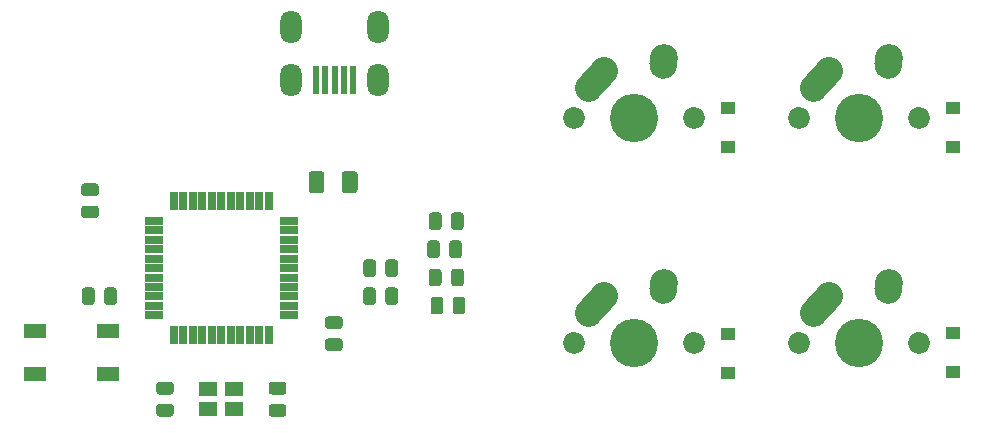
<source format=gbs>
G04 #@! TF.GenerationSoftware,KiCad,Pcbnew,(5.1.6)-1*
G04 #@! TF.CreationDate,2020-07-09T12:27:34-07:00*
G04 #@! TF.ProjectId,guide,67756964-652e-46b6-9963-61645f706362,rev?*
G04 #@! TF.SameCoordinates,Original*
G04 #@! TF.FileFunction,Soldermask,Bot*
G04 #@! TF.FilePolarity,Negative*
%FSLAX46Y46*%
G04 Gerber Fmt 4.6, Leading zero omitted, Abs format (unit mm)*
G04 Created by KiCad (PCBNEW (5.1.6)-1) date 2020-07-09 12:27:34*
%MOMM*%
%LPD*%
G01*
G04 APERTURE LIST*
%ADD10R,1.500000X1.300000*%
%ADD11O,1.800000X2.800000*%
%ADD12R,0.600000X2.350000*%
%ADD13R,0.650000X1.600000*%
%ADD14R,1.600000X0.650000*%
%ADD15R,1.900000X1.200000*%
%ADD16C,1.850000*%
%ADD17C,2.350000*%
%ADD18C,4.087800*%
%ADD19R,1.300000X1.000000*%
G04 APERTURE END LIST*
D10*
X76687500Y-97687500D03*
X78887500Y-97687500D03*
X78887500Y-95987500D03*
X76687500Y-95987500D03*
D11*
X83726000Y-65278000D03*
X91026000Y-65278000D03*
X91026000Y-69778000D03*
X83726000Y-69778000D03*
D12*
X85776000Y-69778000D03*
X86576000Y-69778000D03*
X87376000Y-69778000D03*
X88176000Y-69778000D03*
X88976000Y-69778000D03*
D13*
X81787500Y-80025000D03*
X80987500Y-80025000D03*
X80187500Y-80025000D03*
X79387500Y-80025000D03*
X78587500Y-80025000D03*
X77787500Y-80025000D03*
X76987500Y-80025000D03*
X76187500Y-80025000D03*
X75387500Y-80025000D03*
X74587500Y-80025000D03*
X73787500Y-80025000D03*
D14*
X72087500Y-81725000D03*
X72087500Y-82525000D03*
X72087500Y-83325000D03*
X72087500Y-84125000D03*
X72087500Y-84925000D03*
X72087500Y-85725000D03*
X72087500Y-86525000D03*
X72087500Y-87325000D03*
X72087500Y-88125000D03*
X72087500Y-88925000D03*
X72087500Y-89725000D03*
D13*
X73787500Y-91425000D03*
X74587500Y-91425000D03*
X75387500Y-91425000D03*
X76187500Y-91425000D03*
X76987500Y-91425000D03*
X77787500Y-91425000D03*
X78587500Y-91425000D03*
X79387500Y-91425000D03*
X80187500Y-91425000D03*
X80987500Y-91425000D03*
X81787500Y-91425000D03*
D14*
X83487500Y-89725000D03*
X83487500Y-88925000D03*
X83487500Y-88125000D03*
X83487500Y-87325000D03*
X83487500Y-86525000D03*
X83487500Y-85725000D03*
X83487500Y-84925000D03*
X83487500Y-84125000D03*
X83487500Y-83325000D03*
X83487500Y-82525000D03*
X83487500Y-81725000D03*
D15*
X68187500Y-94718750D03*
X61987500Y-91018750D03*
X68187500Y-91018750D03*
X61987500Y-94718750D03*
G36*
G01*
X66193750Y-80425000D02*
X67156250Y-80425000D01*
G75*
G02*
X67425000Y-80693750I0J-268750D01*
G01*
X67425000Y-81231250D01*
G75*
G02*
X67156250Y-81500000I-268750J0D01*
G01*
X66193750Y-81500000D01*
G75*
G02*
X65925000Y-81231250I0J268750D01*
G01*
X65925000Y-80693750D01*
G75*
G02*
X66193750Y-80425000I268750J0D01*
G01*
G37*
G36*
G01*
X66193750Y-78550000D02*
X67156250Y-78550000D01*
G75*
G02*
X67425000Y-78818750I0J-268750D01*
G01*
X67425000Y-79356250D01*
G75*
G02*
X67156250Y-79625000I-268750J0D01*
G01*
X66193750Y-79625000D01*
G75*
G02*
X65925000Y-79356250I0J268750D01*
G01*
X65925000Y-78818750D01*
G75*
G02*
X66193750Y-78550000I268750J0D01*
G01*
G37*
G36*
G01*
X91681250Y-86206250D02*
X91681250Y-85243750D01*
G75*
G02*
X91950000Y-84975000I268750J0D01*
G01*
X92487500Y-84975000D01*
G75*
G02*
X92756250Y-85243750I0J-268750D01*
G01*
X92756250Y-86206250D01*
G75*
G02*
X92487500Y-86475000I-268750J0D01*
G01*
X91950000Y-86475000D01*
G75*
G02*
X91681250Y-86206250I0J268750D01*
G01*
G37*
G36*
G01*
X89806250Y-86206250D02*
X89806250Y-85243750D01*
G75*
G02*
X90075000Y-84975000I268750J0D01*
G01*
X90612500Y-84975000D01*
G75*
G02*
X90881250Y-85243750I0J-268750D01*
G01*
X90881250Y-86206250D01*
G75*
G02*
X90612500Y-86475000I-268750J0D01*
G01*
X90075000Y-86475000D01*
G75*
G02*
X89806250Y-86206250I0J268750D01*
G01*
G37*
G36*
G01*
X91681250Y-88587500D02*
X91681250Y-87625000D01*
G75*
G02*
X91950000Y-87356250I268750J0D01*
G01*
X92487500Y-87356250D01*
G75*
G02*
X92756250Y-87625000I0J-268750D01*
G01*
X92756250Y-88587500D01*
G75*
G02*
X92487500Y-88856250I-268750J0D01*
G01*
X91950000Y-88856250D01*
G75*
G02*
X91681250Y-88587500I0J268750D01*
G01*
G37*
G36*
G01*
X89806250Y-88587500D02*
X89806250Y-87625000D01*
G75*
G02*
X90075000Y-87356250I268750J0D01*
G01*
X90612500Y-87356250D01*
G75*
G02*
X90881250Y-87625000I0J-268750D01*
G01*
X90881250Y-88587500D01*
G75*
G02*
X90612500Y-88856250I-268750J0D01*
G01*
X90075000Y-88856250D01*
G75*
G02*
X89806250Y-88587500I0J268750D01*
G01*
G37*
G36*
G01*
X67868750Y-88587500D02*
X67868750Y-87625000D01*
G75*
G02*
X68137500Y-87356250I268750J0D01*
G01*
X68675000Y-87356250D01*
G75*
G02*
X68943750Y-87625000I0J-268750D01*
G01*
X68943750Y-88587500D01*
G75*
G02*
X68675000Y-88856250I-268750J0D01*
G01*
X68137500Y-88856250D01*
G75*
G02*
X67868750Y-88587500I0J268750D01*
G01*
G37*
G36*
G01*
X65993750Y-88587500D02*
X65993750Y-87625000D01*
G75*
G02*
X66262500Y-87356250I268750J0D01*
G01*
X66800000Y-87356250D01*
G75*
G02*
X67068750Y-87625000I0J-268750D01*
G01*
X67068750Y-88587500D01*
G75*
G02*
X66800000Y-88856250I-268750J0D01*
G01*
X66262500Y-88856250D01*
G75*
G02*
X65993750Y-88587500I0J268750D01*
G01*
G37*
D16*
X136842500Y-92075000D03*
X126682500Y-92075000D03*
D17*
X129262500Y-88075000D03*
D18*
X131762500Y-92075000D03*
G36*
G01*
X127167791Y-90409560D02*
X127167791Y-90409561D01*
G75*
G02*
X127077939Y-88750291I784709J874561D01*
G01*
X128387941Y-87290291D01*
G75*
G02*
X130047211Y-87200439I874561J-784709D01*
G01*
X130047211Y-87200439D01*
G75*
G02*
X130137063Y-88859709I-784709J-874561D01*
G01*
X128827061Y-90319709D01*
G75*
G02*
X127167791Y-90409561I-874561J784709D01*
G01*
G37*
D17*
X134302500Y-86995000D03*
G36*
G01*
X134181657Y-88747216D02*
X134181657Y-88747216D01*
G75*
G02*
X133090284Y-87494157I80843J1172216D01*
G01*
X133130284Y-86914157D01*
G75*
G02*
X134383343Y-85822784I1172216J-80843D01*
G01*
X134383343Y-85822784D01*
G75*
G02*
X135474716Y-87075843I-80843J-1172216D01*
G01*
X135434716Y-87655843D01*
G75*
G02*
X134181657Y-88747216I-1172216J80843D01*
G01*
G37*
D16*
X117792500Y-92075000D03*
X107632500Y-92075000D03*
D17*
X110212500Y-88075000D03*
D18*
X112712500Y-92075000D03*
G36*
G01*
X108117791Y-90409560D02*
X108117791Y-90409561D01*
G75*
G02*
X108027939Y-88750291I784709J874561D01*
G01*
X109337941Y-87290291D01*
G75*
G02*
X110997211Y-87200439I874561J-784709D01*
G01*
X110997211Y-87200439D01*
G75*
G02*
X111087063Y-88859709I-784709J-874561D01*
G01*
X109777061Y-90319709D01*
G75*
G02*
X108117791Y-90409561I-874561J784709D01*
G01*
G37*
D17*
X115252500Y-86995000D03*
G36*
G01*
X115131657Y-88747216D02*
X115131657Y-88747216D01*
G75*
G02*
X114040284Y-87494157I80843J1172216D01*
G01*
X114080284Y-86914157D01*
G75*
G02*
X115333343Y-85822784I1172216J-80843D01*
G01*
X115333343Y-85822784D01*
G75*
G02*
X116424716Y-87075843I-80843J-1172216D01*
G01*
X116384716Y-87655843D01*
G75*
G02*
X115131657Y-88747216I-1172216J80843D01*
G01*
G37*
D16*
X136842500Y-73025000D03*
X126682500Y-73025000D03*
D17*
X129262500Y-69025000D03*
D18*
X131762500Y-73025000D03*
G36*
G01*
X127167791Y-71359560D02*
X127167791Y-71359561D01*
G75*
G02*
X127077939Y-69700291I784709J874561D01*
G01*
X128387941Y-68240291D01*
G75*
G02*
X130047211Y-68150439I874561J-784709D01*
G01*
X130047211Y-68150439D01*
G75*
G02*
X130137063Y-69809709I-784709J-874561D01*
G01*
X128827061Y-71269709D01*
G75*
G02*
X127167791Y-71359561I-874561J784709D01*
G01*
G37*
D17*
X134302500Y-67945000D03*
G36*
G01*
X134181657Y-69697216D02*
X134181657Y-69697216D01*
G75*
G02*
X133090284Y-68444157I80843J1172216D01*
G01*
X133130284Y-67864157D01*
G75*
G02*
X134383343Y-66772784I1172216J-80843D01*
G01*
X134383343Y-66772784D01*
G75*
G02*
X135474716Y-68025843I-80843J-1172216D01*
G01*
X135434716Y-68605843D01*
G75*
G02*
X134181657Y-69697216I-1172216J80843D01*
G01*
G37*
D16*
X117792500Y-73025000D03*
X107632500Y-73025000D03*
D17*
X110212500Y-69025000D03*
D18*
X112712500Y-73025000D03*
G36*
G01*
X108117791Y-71359560D02*
X108117791Y-71359561D01*
G75*
G02*
X108027939Y-69700291I784709J874561D01*
G01*
X109337941Y-68240291D01*
G75*
G02*
X110997211Y-68150439I874561J-784709D01*
G01*
X110997211Y-68150439D01*
G75*
G02*
X111087063Y-69809709I-784709J-874561D01*
G01*
X109777061Y-71269709D01*
G75*
G02*
X108117791Y-71359561I-874561J784709D01*
G01*
G37*
D17*
X115252500Y-67945000D03*
G36*
G01*
X115131657Y-69697216D02*
X115131657Y-69697216D01*
G75*
G02*
X114040284Y-68444157I80843J1172216D01*
G01*
X114080284Y-67864157D01*
G75*
G02*
X115333343Y-66772784I1172216J-80843D01*
G01*
X115333343Y-66772784D01*
G75*
G02*
X116424716Y-68025843I-80843J-1172216D01*
G01*
X116384716Y-68605843D01*
G75*
G02*
X115131657Y-69697216I-1172216J80843D01*
G01*
G37*
G36*
G01*
X87977000Y-79109250D02*
X87977000Y-77799250D01*
G75*
G02*
X88247000Y-77529250I270000J0D01*
G01*
X89057000Y-77529250D01*
G75*
G02*
X89327000Y-77799250I0J-270000D01*
G01*
X89327000Y-79109250D01*
G75*
G02*
X89057000Y-79379250I-270000J0D01*
G01*
X88247000Y-79379250D01*
G75*
G02*
X87977000Y-79109250I0J270000D01*
G01*
G37*
G36*
G01*
X85177000Y-79109250D02*
X85177000Y-77799250D01*
G75*
G02*
X85447000Y-77529250I270000J0D01*
G01*
X86257000Y-77529250D01*
G75*
G02*
X86527000Y-77799250I0J-270000D01*
G01*
X86527000Y-79109250D01*
G75*
G02*
X86257000Y-79379250I-270000J0D01*
G01*
X85447000Y-79379250D01*
G75*
G02*
X85177000Y-79109250I0J270000D01*
G01*
G37*
D19*
X139700000Y-91218750D03*
X139700000Y-94518750D03*
X120650000Y-91281250D03*
X120650000Y-94581250D03*
X139700000Y-72168750D03*
X139700000Y-75468750D03*
X120650000Y-72168750D03*
X120650000Y-75468750D03*
G36*
G01*
X86831250Y-91681250D02*
X87793750Y-91681250D01*
G75*
G02*
X88062500Y-91950000I0J-268750D01*
G01*
X88062500Y-92487500D01*
G75*
G02*
X87793750Y-92756250I-268750J0D01*
G01*
X86831250Y-92756250D01*
G75*
G02*
X86562500Y-92487500I0J268750D01*
G01*
X86562500Y-91950000D01*
G75*
G02*
X86831250Y-91681250I268750J0D01*
G01*
G37*
G36*
G01*
X86831250Y-89806250D02*
X87793750Y-89806250D01*
G75*
G02*
X88062500Y-90075000I0J-268750D01*
G01*
X88062500Y-90612500D01*
G75*
G02*
X87793750Y-90881250I-268750J0D01*
G01*
X86831250Y-90881250D01*
G75*
G02*
X86562500Y-90612500I0J268750D01*
G01*
X86562500Y-90075000D01*
G75*
G02*
X86831250Y-89806250I268750J0D01*
G01*
G37*
G36*
G01*
X83031250Y-96437500D02*
X82068750Y-96437500D01*
G75*
G02*
X81800000Y-96168750I0J268750D01*
G01*
X81800000Y-95631250D01*
G75*
G02*
X82068750Y-95362500I268750J0D01*
G01*
X83031250Y-95362500D01*
G75*
G02*
X83300000Y-95631250I0J-268750D01*
G01*
X83300000Y-96168750D01*
G75*
G02*
X83031250Y-96437500I-268750J0D01*
G01*
G37*
G36*
G01*
X83031250Y-98312500D02*
X82068750Y-98312500D01*
G75*
G02*
X81800000Y-98043750I0J268750D01*
G01*
X81800000Y-97506250D01*
G75*
G02*
X82068750Y-97237500I268750J0D01*
G01*
X83031250Y-97237500D01*
G75*
G02*
X83300000Y-97506250I0J-268750D01*
G01*
X83300000Y-98043750D01*
G75*
G02*
X83031250Y-98312500I-268750J0D01*
G01*
G37*
G36*
G01*
X72543750Y-97237500D02*
X73506250Y-97237500D01*
G75*
G02*
X73775000Y-97506250I0J-268750D01*
G01*
X73775000Y-98043750D01*
G75*
G02*
X73506250Y-98312500I-268750J0D01*
G01*
X72543750Y-98312500D01*
G75*
G02*
X72275000Y-98043750I0J268750D01*
G01*
X72275000Y-97506250D01*
G75*
G02*
X72543750Y-97237500I268750J0D01*
G01*
G37*
G36*
G01*
X72543750Y-95362500D02*
X73506250Y-95362500D01*
G75*
G02*
X73775000Y-95631250I0J-268750D01*
G01*
X73775000Y-96168750D01*
G75*
G02*
X73506250Y-96437500I-268750J0D01*
G01*
X72543750Y-96437500D01*
G75*
G02*
X72275000Y-96168750I0J268750D01*
G01*
X72275000Y-95631250D01*
G75*
G02*
X72543750Y-95362500I268750J0D01*
G01*
G37*
G36*
G01*
X96437500Y-81275000D02*
X96437500Y-82237500D01*
G75*
G02*
X96168750Y-82506250I-268750J0D01*
G01*
X95631250Y-82506250D01*
G75*
G02*
X95362500Y-82237500I0J268750D01*
G01*
X95362500Y-81275000D01*
G75*
G02*
X95631250Y-81006250I268750J0D01*
G01*
X96168750Y-81006250D01*
G75*
G02*
X96437500Y-81275000I0J-268750D01*
G01*
G37*
G36*
G01*
X98312500Y-81275000D02*
X98312500Y-82237500D01*
G75*
G02*
X98043750Y-82506250I-268750J0D01*
G01*
X97506250Y-82506250D01*
G75*
G02*
X97237500Y-82237500I0J268750D01*
G01*
X97237500Y-81275000D01*
G75*
G02*
X97506250Y-81006250I268750J0D01*
G01*
X98043750Y-81006250D01*
G75*
G02*
X98312500Y-81275000I0J-268750D01*
G01*
G37*
G36*
G01*
X96581250Y-88418750D02*
X96581250Y-89381250D01*
G75*
G02*
X96312500Y-89650000I-268750J0D01*
G01*
X95775000Y-89650000D01*
G75*
G02*
X95506250Y-89381250I0J268750D01*
G01*
X95506250Y-88418750D01*
G75*
G02*
X95775000Y-88150000I268750J0D01*
G01*
X96312500Y-88150000D01*
G75*
G02*
X96581250Y-88418750I0J-268750D01*
G01*
G37*
G36*
G01*
X98456250Y-88418750D02*
X98456250Y-89381250D01*
G75*
G02*
X98187500Y-89650000I-268750J0D01*
G01*
X97650000Y-89650000D01*
G75*
G02*
X97381250Y-89381250I0J268750D01*
G01*
X97381250Y-88418750D01*
G75*
G02*
X97650000Y-88150000I268750J0D01*
G01*
X98187500Y-88150000D01*
G75*
G02*
X98456250Y-88418750I0J-268750D01*
G01*
G37*
G36*
G01*
X96293750Y-83656250D02*
X96293750Y-84618750D01*
G75*
G02*
X96025000Y-84887500I-268750J0D01*
G01*
X95487500Y-84887500D01*
G75*
G02*
X95218750Y-84618750I0J268750D01*
G01*
X95218750Y-83656250D01*
G75*
G02*
X95487500Y-83387500I268750J0D01*
G01*
X96025000Y-83387500D01*
G75*
G02*
X96293750Y-83656250I0J-268750D01*
G01*
G37*
G36*
G01*
X98168750Y-83656250D02*
X98168750Y-84618750D01*
G75*
G02*
X97900000Y-84887500I-268750J0D01*
G01*
X97362500Y-84887500D01*
G75*
G02*
X97093750Y-84618750I0J268750D01*
G01*
X97093750Y-83656250D01*
G75*
G02*
X97362500Y-83387500I268750J0D01*
G01*
X97900000Y-83387500D01*
G75*
G02*
X98168750Y-83656250I0J-268750D01*
G01*
G37*
G36*
G01*
X96437500Y-86037500D02*
X96437500Y-87000000D01*
G75*
G02*
X96168750Y-87268750I-268750J0D01*
G01*
X95631250Y-87268750D01*
G75*
G02*
X95362500Y-87000000I0J268750D01*
G01*
X95362500Y-86037500D01*
G75*
G02*
X95631250Y-85768750I268750J0D01*
G01*
X96168750Y-85768750D01*
G75*
G02*
X96437500Y-86037500I0J-268750D01*
G01*
G37*
G36*
G01*
X98312500Y-86037500D02*
X98312500Y-87000000D01*
G75*
G02*
X98043750Y-87268750I-268750J0D01*
G01*
X97506250Y-87268750D01*
G75*
G02*
X97237500Y-87000000I0J268750D01*
G01*
X97237500Y-86037500D01*
G75*
G02*
X97506250Y-85768750I268750J0D01*
G01*
X98043750Y-85768750D01*
G75*
G02*
X98312500Y-86037500I0J-268750D01*
G01*
G37*
M02*

</source>
